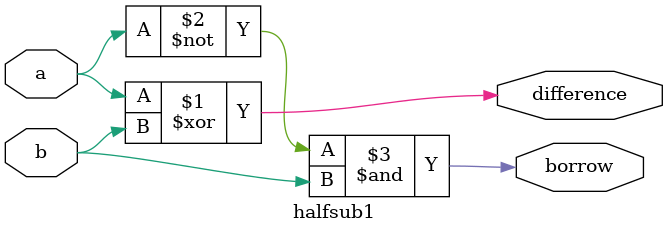
<source format=v>
`timescale 1ns / 1ps

module halfsub1(a,b,difference,borrow );
input a,b;    
output  difference,borrow;
  
assign  difference= a ^ b;
assign borrow= (~a) & b;
endmodule

</source>
